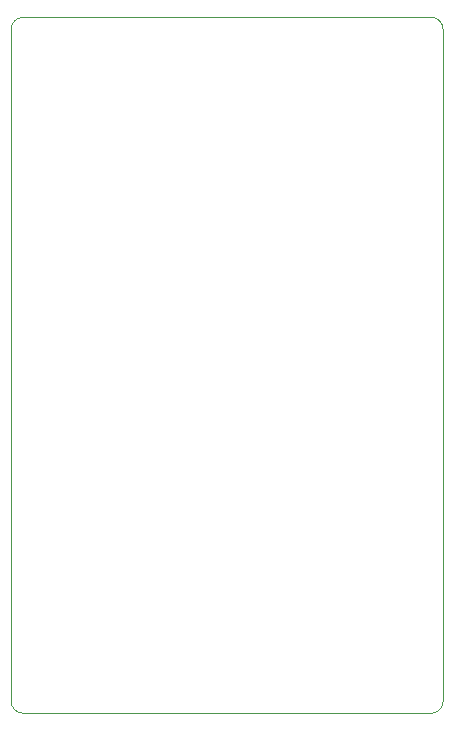
<source format=gbr>
G04 #@! TF.GenerationSoftware,KiCad,Pcbnew,(6.0.0)*
G04 #@! TF.CreationDate,2022-01-23T21:03:46+07:00*
G04 #@! TF.ProjectId,rgb-board,7267622d-626f-4617-9264-2e6b69636164,rev?*
G04 #@! TF.SameCoordinates,Original*
G04 #@! TF.FileFunction,Profile,NP*
%FSLAX46Y46*%
G04 Gerber Fmt 4.6, Leading zero omitted, Abs format (unit mm)*
G04 Created by KiCad (PCBNEW (6.0.0)) date 2022-01-23 21:03:46*
%MOMM*%
%LPD*%
G01*
G04 APERTURE LIST*
G04 #@! TA.AperFunction,Profile*
%ADD10C,0.050000*%
G04 #@! TD*
G04 APERTURE END LIST*
D10*
X80772000Y-41402000D02*
X80772000Y-98298000D01*
X117348000Y-98298000D02*
X117348000Y-58166000D01*
X116332000Y-40386000D02*
X81788000Y-40386000D01*
X81788000Y-99314000D02*
X116332000Y-99314000D01*
X117348000Y-41402000D02*
G75*
G03*
X116332000Y-40386000I-1016002J-2D01*
G01*
X81788000Y-40386000D02*
G75*
G03*
X80772000Y-41402000I2J-1016002D01*
G01*
X80772000Y-98298000D02*
G75*
G03*
X81788000Y-99314000I1016002J2D01*
G01*
X116332000Y-99314000D02*
G75*
G03*
X117348000Y-98298000I-2J1016002D01*
G01*
X117348000Y-58166000D02*
X117348000Y-41402000D01*
M02*

</source>
